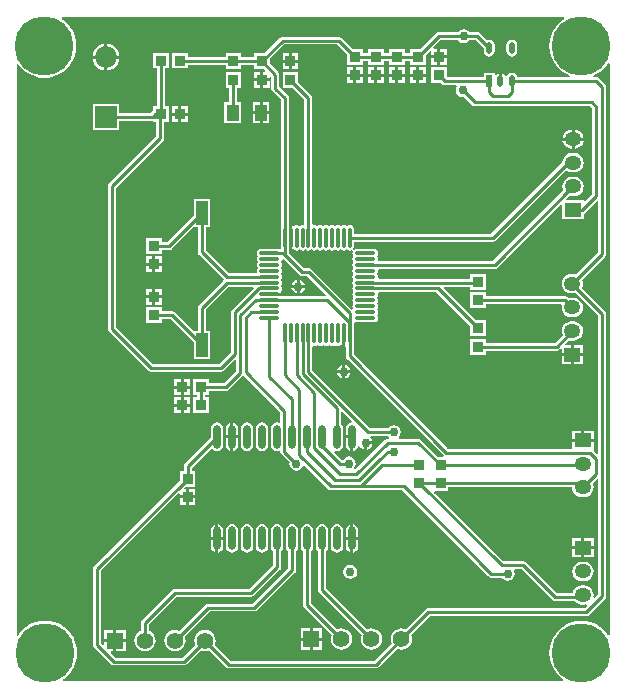
<source format=gtl>
%FSLAX25Y25*%
%MOIN*%
G70*
G01*
G75*
G04 Layer_Physical_Order=1*
G04 Layer_Color=255*
%ADD10R,0.03937X0.07874*%
%ADD11R,0.03543X0.03740*%
%ADD12R,0.03937X0.05709*%
%ADD13R,0.03740X0.03543*%
%ADD14O,0.02000X0.04000*%
%ADD15R,0.02000X0.04000*%
%ADD16O,0.01181X0.07087*%
%ADD17O,0.07087X0.01181*%
%ADD18O,0.02400X0.08000*%
%ADD19C,0.01000*%
%ADD20C,0.05512*%
%ADD21R,0.05512X0.05512*%
%ADD22O,0.05512X0.04724*%
%ADD23R,0.05512X0.04724*%
%ADD24C,0.07284*%
%ADD25R,0.07284X0.07284*%
%ADD26C,0.19685*%
%ADD27C,0.03000*%
G36*
X443423Y469703D02*
X443278Y469224D01*
X442720Y469113D01*
X442058Y468671D01*
X441616Y468010D01*
X441461Y467229D01*
Y464929D01*
X443500D01*
Y464429D01*
X444000D01*
Y459689D01*
X444280Y459745D01*
X444942Y460187D01*
X445384Y460849D01*
X445483Y461346D01*
X445973Y461443D01*
X446442Y460742D01*
X447203Y460233D01*
X447600Y460154D01*
Y462400D01*
X448100D01*
Y462900D01*
X450346D01*
X450267Y463297D01*
X449758Y464058D01*
X449552Y464196D01*
X449697Y464675D01*
X455591D01*
X455889Y464273D01*
X455753Y463826D01*
X455500D01*
X454993Y463725D01*
X454563Y463437D01*
X444638Y453513D01*
X444153Y453634D01*
X444102Y453804D01*
X444158Y453842D01*
X444667Y454603D01*
X444845Y455500D01*
X444667Y456397D01*
X444158Y457158D01*
X443397Y457667D01*
X442500Y457845D01*
X441603Y457667D01*
X440842Y457158D01*
X440620Y456825D01*
X440049D01*
X437592Y459283D01*
X437827Y459724D01*
X438500Y459590D01*
X439280Y459745D01*
X439942Y460187D01*
X440384Y460849D01*
X440539Y461629D01*
Y467229D01*
X440384Y468010D01*
X439942Y468671D01*
X439825Y468749D01*
Y472647D01*
X440287Y472838D01*
X443423Y469703D01*
D02*
G37*
G36*
X514305Y603693D02*
X513725Y603338D01*
X512451Y602250D01*
X511363Y600976D01*
X510488Y599548D01*
X509847Y598000D01*
X509456Y596372D01*
X509325Y594702D01*
X509456Y593032D01*
X509847Y591403D01*
X510488Y589855D01*
X511363Y588427D01*
X512451Y587153D01*
X513725Y586065D01*
X515154Y585190D01*
X516056Y584816D01*
X515958Y584326D01*
X498511D01*
X498436Y584702D01*
X498038Y585298D01*
X497442Y585696D01*
X496740Y585835D01*
X496038Y585696D01*
X495442Y585298D01*
X495120Y584815D01*
X494620D01*
X494298Y585298D01*
X493702Y585696D01*
X493500Y585736D01*
Y583000D01*
X492500D01*
Y585736D01*
X492298Y585696D01*
X491702Y585298D01*
X491538Y585052D01*
X491060Y585197D01*
Y585800D01*
X487460D01*
Y584326D01*
X475072D01*
Y587619D01*
X469928D01*
Y582279D01*
X473296D01*
X473512Y582063D01*
X473942Y581775D01*
X474449Y581674D01*
X478322D01*
X478558Y581234D01*
X478333Y580897D01*
X478155Y580000D01*
X478333Y579103D01*
X478842Y578342D01*
X479603Y577833D01*
X480500Y577655D01*
X480893Y577733D01*
X483563Y575063D01*
X483563Y575063D01*
X483563D01*
X483563Y575063D01*
X483563D01*
X483563Y575063D01*
Y575063D01*
Y575063D01*
D01*
D01*
X483563D01*
Y575063D01*
X483993Y574775D01*
X484500Y574675D01*
X522951D01*
X523674Y573951D01*
Y545349D01*
X521218Y542892D01*
X520756Y543084D01*
Y543177D01*
X515016D01*
X514825Y543639D01*
X515992Y544807D01*
X516806Y544699D01*
X517594D01*
X518419Y544808D01*
X519188Y545127D01*
X519849Y545634D01*
X520356Y546294D01*
X520675Y547063D01*
X520783Y547889D01*
X520675Y548714D01*
X520356Y549484D01*
X519849Y550144D01*
X519188Y550651D01*
X518419Y550970D01*
X517594Y551079D01*
X516806D01*
X515981Y550970D01*
X515212Y550651D01*
X514551Y550144D01*
X514044Y549484D01*
X513726Y548714D01*
X513617Y547889D01*
X513726Y547063D01*
X513952Y546516D01*
X490483Y523046D01*
X452436D01*
X452119Y523432D01*
X452170Y523689D01*
X452070Y524192D01*
X451785Y524619D01*
Y524727D01*
X452070Y525154D01*
X452170Y525658D01*
X452070Y526161D01*
X451785Y526588D01*
X451358Y526873D01*
X450854Y526973D01*
X444949D01*
X444445Y526873D01*
X444166Y526687D01*
X443813Y527040D01*
X443999Y527319D01*
X444099Y527823D01*
Y529450D01*
X490376D01*
X490883Y529551D01*
X491313Y529838D01*
X491313Y529838D01*
X491313Y529838D01*
X514795Y553321D01*
X515212Y553001D01*
X515981Y552682D01*
X516806Y552573D01*
X517594D01*
X518419Y552682D01*
X519188Y553001D01*
X519849Y553508D01*
X520356Y554168D01*
X520675Y554938D01*
X520783Y555763D01*
X520675Y556589D01*
X520356Y557358D01*
X519849Y558018D01*
X519188Y558525D01*
X518419Y558844D01*
X517594Y558953D01*
X516806D01*
X515981Y558844D01*
X515212Y558525D01*
X514551Y558018D01*
X514044Y557358D01*
X513726Y556589D01*
X513636Y555911D01*
X489827Y532101D01*
X444099D01*
Y533728D01*
X443999Y534232D01*
X443714Y534659D01*
X443287Y534944D01*
X442783Y535044D01*
X442280Y534944D01*
X441853Y534659D01*
X441745D01*
X441319Y534944D01*
X440815Y535044D01*
X440311Y534944D01*
X439885Y534659D01*
X439777D01*
X439350Y534944D01*
X438846Y535044D01*
X438343Y534944D01*
X437916Y534659D01*
X437808D01*
X437382Y534944D01*
X436878Y535044D01*
X436374Y534944D01*
X435948Y534659D01*
X435840D01*
X435413Y534944D01*
X434909Y535044D01*
X434406Y534944D01*
X433979Y534659D01*
X433871D01*
X433444Y534944D01*
X432941Y535044D01*
X432437Y534944D01*
X432011Y534659D01*
X431903D01*
X431476Y534944D01*
X430972Y535044D01*
X430716Y534993D01*
X430329Y535310D01*
Y577445D01*
X430229Y577952D01*
X429941Y578382D01*
X425572Y582752D01*
Y586119D01*
X420428D01*
Y580779D01*
X423796D01*
X427678Y576896D01*
Y535310D01*
X427292Y534993D01*
X427035Y535044D01*
X426532Y534944D01*
X426105Y534659D01*
X425997D01*
X425570Y534944D01*
X425067Y535044D01*
X424563Y534944D01*
X424136Y534659D01*
X424029D01*
X423602Y534944D01*
X423598Y534945D01*
Y530776D01*
Y526607D01*
X423602Y526607D01*
X424029Y526892D01*
X424136D01*
X424563Y526607D01*
X425067Y526507D01*
X425570Y526607D01*
X425997Y526892D01*
X426105D01*
X426532Y526607D01*
X427035Y526507D01*
X427539Y526607D01*
X427966Y526892D01*
X428074D01*
X428500Y526607D01*
X429004Y526507D01*
X429507Y526607D01*
X429934Y526892D01*
X430042D01*
X430469Y526607D01*
X430972Y526507D01*
X431476Y526607D01*
X431903Y526892D01*
X432011D01*
X432437Y526607D01*
X432941Y526507D01*
X433444Y526607D01*
X433871Y526892D01*
X433979D01*
X434406Y526607D01*
X434909Y526507D01*
X435413Y526607D01*
X435840Y526892D01*
X435948D01*
X436374Y526607D01*
X436878Y526507D01*
X437382Y526607D01*
X437808Y526892D01*
X437916D01*
X438343Y526607D01*
X438846Y526507D01*
X439350Y526607D01*
X439777Y526892D01*
X439885D01*
X440311Y526607D01*
X440815Y526507D01*
X441319Y526607D01*
X441745Y526892D01*
X441853D01*
X442280Y526607D01*
X442783Y526507D01*
X443287Y526607D01*
X443566Y526794D01*
X443920Y526440D01*
X443733Y526161D01*
X443633Y525658D01*
X443733Y525154D01*
X444018Y524727D01*
Y524619D01*
X443733Y524192D01*
X443633Y523689D01*
X443733Y523185D01*
X444018Y522759D01*
Y522651D01*
X443733Y522224D01*
X443633Y521721D01*
X443733Y521217D01*
X444018Y520790D01*
Y520682D01*
X443733Y520256D01*
X443633Y519752D01*
X443733Y519248D01*
X444018Y518822D01*
Y518714D01*
X443733Y518287D01*
X443633Y517783D01*
X443733Y517280D01*
X444018Y516853D01*
Y516745D01*
X443733Y516319D01*
X443633Y515815D01*
X443733Y515311D01*
X444018Y514885D01*
Y514777D01*
X443733Y514350D01*
X443633Y513846D01*
X443733Y513343D01*
X444018Y512916D01*
Y512808D01*
X443733Y512382D01*
X443633Y511878D01*
X443733Y511374D01*
X444018Y510948D01*
Y510840D01*
X443733Y510413D01*
X443633Y509909D01*
X443733Y509406D01*
X444018Y508979D01*
Y508871D01*
X443733Y508444D01*
X443633Y507941D01*
X443733Y507437D01*
X443855Y507256D01*
X443641Y506804D01*
X443476Y506787D01*
X430132Y520132D01*
X429702Y520419D01*
X429194Y520520D01*
X427555D01*
X422455Y525619D01*
Y526241D01*
X422598Y526358D01*
Y530776D01*
Y535193D01*
X422455Y535310D01*
Y577370D01*
X422455Y577370D01*
X422455Y577370D01*
Y577370D01*
X422455D01*
X422455Y577370D01*
X422355Y577877D01*
X422067Y578307D01*
X419325Y581049D01*
Y585051D01*
X419225Y585558D01*
X418937Y585989D01*
X416072Y588854D01*
Y590248D01*
X420998Y595175D01*
X438502D01*
X441928Y591748D01*
Y588381D01*
X447072D01*
Y589726D01*
X448928D01*
Y588381D01*
X454072D01*
Y589726D01*
X455928D01*
Y588381D01*
X461072D01*
Y589726D01*
X462928D01*
Y588381D01*
X468072D01*
Y591748D01*
X469466Y593143D01*
X469928Y592952D01*
Y591551D01*
X472000D01*
Y593721D01*
X470698D01*
X470506Y594183D01*
X472998Y596674D01*
X478860D01*
X479082Y596342D01*
X479843Y595833D01*
X480740Y595655D01*
X481638Y595833D01*
X482398Y596342D01*
X482621Y596674D01*
X484711D01*
X487425Y593961D01*
Y593000D01*
X487564Y592298D01*
X487962Y591702D01*
X488557Y591304D01*
X489260Y591165D01*
X489962Y591304D01*
X490558Y591702D01*
X490955Y592298D01*
X491095Y593000D01*
Y595000D01*
X490955Y595702D01*
X490558Y596298D01*
X489962Y596696D01*
X489260Y596835D01*
X488557Y596696D01*
X488486Y596648D01*
X486197Y598937D01*
X485767Y599225D01*
X485260Y599326D01*
X482621D01*
X482398Y599658D01*
X481638Y600167D01*
X480740Y600345D01*
X479843Y600167D01*
X479082Y599658D01*
X478860Y599326D01*
X472449D01*
X471942Y599225D01*
X471512Y598937D01*
X466296Y593721D01*
X462928D01*
Y592377D01*
X461072D01*
Y593721D01*
X455928D01*
Y592377D01*
X454072D01*
Y593721D01*
X448928D01*
Y592377D01*
X447072D01*
Y593721D01*
X443704D01*
X439989Y597437D01*
X439558Y597725D01*
X439051Y597825D01*
X420449D01*
X419942Y597725D01*
X419512Y597437D01*
X414296Y592221D01*
X410928D01*
Y590877D01*
X406572D01*
Y592221D01*
X401428D01*
Y591074D01*
X388721D01*
Y592320D01*
X383381D01*
Y587176D01*
X388721D01*
Y588423D01*
X401428D01*
Y586881D01*
X406572D01*
Y588226D01*
X410928D01*
Y586881D01*
X414270D01*
X414548Y586465D01*
X414404Y586119D01*
X414000D01*
Y583949D01*
X416072D01*
Y584452D01*
X416259Y584529D01*
X416675Y584251D01*
Y580500D01*
X416775Y579993D01*
X417063Y579563D01*
X419804Y576821D01*
Y530776D01*
X419804Y530776D01*
X419804D01*
Y526983D01*
X416012D01*
X415963Y526973D01*
X413059D01*
X412556Y526873D01*
X412129Y526588D01*
X411843Y526161D01*
X411743Y525658D01*
X411843Y525154D01*
X412129Y524727D01*
Y524619D01*
X411843Y524192D01*
X411743Y523689D01*
X411843Y523185D01*
X412129Y522759D01*
Y522651D01*
X411843Y522224D01*
X411743Y521721D01*
X411843Y521217D01*
X412129Y520790D01*
Y520682D01*
X411843Y520256D01*
X411743Y519752D01*
X411794Y519495D01*
X411477Y519109D01*
X402266D01*
X394826Y526549D01*
Y534263D01*
X396269D01*
Y543737D01*
X390732D01*
Y538106D01*
X382002Y529377D01*
X380072D01*
Y530721D01*
X374928D01*
Y525381D01*
X380072D01*
Y526726D01*
X382551D01*
X383058Y526827D01*
X383488Y527114D01*
X390665Y534291D01*
X390732Y534263D01*
Y534263D01*
X390732Y534263D01*
X392175D01*
Y526000D01*
X392275Y525493D01*
X392563Y525063D01*
X392563Y525063D01*
X392563Y525063D01*
X400779Y516846D01*
X400358Y516216D01*
X392563Y508421D01*
X392275Y507991D01*
X392175Y507483D01*
Y499737D01*
X390732D01*
X390732Y499737D01*
Y499737D01*
X390665Y499710D01*
X384488Y505886D01*
X384058Y506173D01*
X383551Y506274D01*
X380072D01*
Y507619D01*
X374928D01*
Y502279D01*
X380072D01*
Y503623D01*
X383002D01*
X390732Y495894D01*
Y490263D01*
X396269D01*
Y499737D01*
X394826D01*
Y506934D01*
X402381Y514490D01*
X410611D01*
X410802Y514028D01*
X403563Y506788D01*
X403275Y506358D01*
X403174Y505851D01*
Y492549D01*
X399451Y488826D01*
X377049D01*
X364826Y501049D01*
Y547451D01*
X380437Y563063D01*
X380725Y563493D01*
X380825Y564000D01*
X380825Y564000D01*
X380825Y564000D01*
Y564000D01*
Y569428D01*
X382619D01*
Y574572D01*
X381274D01*
Y587176D01*
X382619D01*
Y592320D01*
X377279D01*
Y587176D01*
X378623D01*
Y574572D01*
X377279D01*
Y573185D01*
X376908Y572937D01*
X376459Y572488D01*
X376350Y572326D01*
X365942D01*
Y575442D01*
X357058D01*
Y566558D01*
X365942D01*
Y569674D01*
X377279D01*
Y569428D01*
X378174D01*
Y564549D01*
X362563Y548937D01*
X362275Y548507D01*
X362175Y548000D01*
Y500500D01*
X362275Y499993D01*
X362563Y499563D01*
X362563Y499563D01*
X362563Y499563D01*
X375563Y486563D01*
X375993Y486275D01*
X376500Y486174D01*
X400000D01*
X400507Y486275D01*
X400937Y486563D01*
X400937Y486563D01*
X400937Y486563D01*
X404513Y490138D01*
X404975Y489947D01*
Y486349D01*
X400951Y482326D01*
X395721D01*
Y483572D01*
X390381D01*
Y478428D01*
X391726D01*
Y477572D01*
X390381D01*
Y472428D01*
X395721D01*
Y477572D01*
X394377D01*
Y478428D01*
X395721D01*
Y479674D01*
X401500D01*
X402007Y479775D01*
X402437Y480063D01*
X402437Y480063D01*
X402437Y480063D01*
X407237Y484863D01*
X407261Y484865D01*
X419674Y472451D01*
Y469324D01*
X419280Y469113D01*
X418500Y469268D01*
X417720Y469113D01*
X417058Y468671D01*
X416616Y468010D01*
X416461Y467229D01*
Y461629D01*
X416616Y460849D01*
X417058Y460187D01*
X417720Y459745D01*
X418500Y459590D01*
X419280Y459745D01*
X419674Y459535D01*
Y459500D01*
X419775Y458993D01*
X420063Y458563D01*
X420063Y458563D01*
X420063Y458563D01*
X422733Y455893D01*
X422655Y455500D01*
X422833Y454603D01*
X423342Y453842D01*
X424103Y453333D01*
X425000Y453155D01*
X425897Y453333D01*
X426658Y453842D01*
X427167Y454603D01*
X427205Y454797D01*
X427684Y454942D01*
X435563Y447063D01*
X435563Y447063D01*
X435563D01*
X435563Y447063D01*
X435563D01*
X435563Y447063D01*
Y447063D01*
Y447063D01*
D01*
D01*
X435563D01*
Y447063D01*
X435993Y446775D01*
X436500Y446674D01*
X460151D01*
X488963Y417863D01*
X489393Y417575D01*
X489900Y417475D01*
X493519D01*
X493742Y417142D01*
X494503Y416633D01*
X495400Y416455D01*
X496297Y416633D01*
X497058Y417142D01*
X497567Y417903D01*
X497745Y418800D01*
X497567Y419697D01*
X497476Y419834D01*
X497711Y420274D01*
X500051D01*
X510400Y409926D01*
X510830Y409638D01*
X511337Y409538D01*
X511337Y409538D01*
X517751D01*
X517851Y409408D01*
X518511Y408901D01*
X519281Y408582D01*
X520106Y408473D01*
X520894D01*
X521626Y408570D01*
X521847Y408121D01*
X521051Y407326D01*
X469000D01*
X468493Y407225D01*
X468063Y406937D01*
X461396Y400271D01*
X460928Y400464D01*
X460000Y400587D01*
X459072Y400464D01*
X458207Y400106D01*
X457464Y399536D01*
X456894Y398793D01*
X456536Y397928D01*
X456413Y397000D01*
X456536Y396072D01*
X456729Y395604D01*
X450951Y389826D01*
X403049D01*
X397771Y395104D01*
X397964Y395572D01*
X398087Y396500D01*
X397964Y397428D01*
X397606Y398293D01*
X397036Y399036D01*
X396293Y399606D01*
X395428Y399964D01*
X394500Y400087D01*
X393572Y399964D01*
X392707Y399606D01*
X391964Y399036D01*
X391394Y398293D01*
X391036Y397428D01*
X390913Y396500D01*
X391036Y395572D01*
X391229Y395104D01*
X386951Y390826D01*
X364699D01*
X363042Y392482D01*
X363233Y392944D01*
X364000D01*
Y396000D01*
X360944D01*
Y395233D01*
X360482Y395042D01*
X359825Y395699D01*
Y419702D01*
X385666Y445543D01*
X386128Y445352D01*
Y444849D01*
X388200D01*
Y447019D01*
X387795D01*
X387652Y447365D01*
X387930Y447781D01*
X391272D01*
Y453121D01*
X390025D01*
Y454080D01*
X396409Y460463D01*
X396906Y460414D01*
X397058Y460187D01*
X397720Y459745D01*
X398500Y459590D01*
X399280Y459745D01*
X399942Y460187D01*
X400384Y460849D01*
X400539Y461629D01*
Y467229D01*
X400384Y468010D01*
X399942Y468671D01*
X399280Y469113D01*
X398500Y469268D01*
X397720Y469113D01*
X397058Y468671D01*
X396616Y468010D01*
X396461Y467229D01*
Y464264D01*
X387763Y455566D01*
X387475Y455136D01*
X387374Y454629D01*
Y453121D01*
X386128D01*
Y449754D01*
X357563Y421188D01*
X357275Y420758D01*
X357174Y420251D01*
Y395150D01*
X357275Y394642D01*
X357563Y394213D01*
X357563Y394213D01*
X357563Y394212D01*
X363212Y388563D01*
X363643Y388275D01*
X364150Y388175D01*
X387500D01*
X388007Y388275D01*
X388437Y388563D01*
X388437Y388563D01*
X388437Y388563D01*
X393104Y393229D01*
X393572Y393036D01*
X394500Y392913D01*
X395428Y393036D01*
X395896Y393229D01*
X401563Y387563D01*
X401993Y387275D01*
X402500Y387175D01*
X451500D01*
X452007Y387275D01*
X452437Y387563D01*
X452437Y387563D01*
X452437Y387563D01*
X458604Y393729D01*
X459072Y393536D01*
X460000Y393413D01*
X460928Y393536D01*
X461793Y393894D01*
X462536Y394464D01*
X463106Y395207D01*
X463464Y396072D01*
X463587Y397000D01*
X463464Y397928D01*
X463271Y398396D01*
X469549Y404674D01*
X521600D01*
X522107Y404775D01*
X522537Y405063D01*
X522537Y405063D01*
X522537Y405063D01*
X527636Y410161D01*
X527937Y410363D01*
X528225Y410793D01*
X528326Y411300D01*
Y505437D01*
X528326Y505437D01*
X528326Y505437D01*
Y505437D01*
X528326D01*
X528326Y505437D01*
X528225Y505944D01*
X527937Y506374D01*
X520248Y514064D01*
X520474Y514611D01*
X520583Y515437D01*
X520474Y516262D01*
X520248Y516810D01*
X527937Y524500D01*
X528225Y524930D01*
X528326Y525437D01*
Y581000D01*
X528225Y581507D01*
X527937Y581937D01*
X525937Y583937D01*
X525507Y584225D01*
X525000Y584326D01*
X524042D01*
X523944Y584816D01*
X524847Y585190D01*
X526275Y586065D01*
X527549Y587153D01*
X528637Y588427D01*
X528893Y588846D01*
X529375Y588710D01*
Y398393D01*
X528893Y398257D01*
X528637Y398676D01*
X527549Y399950D01*
X526275Y401038D01*
X524847Y401913D01*
X523299Y402555D01*
X521670Y402946D01*
X520000Y403077D01*
X518330Y402946D01*
X516701Y402555D01*
X515154Y401913D01*
X513725Y401038D01*
X512451Y399950D01*
X511363Y398676D01*
X510488Y397248D01*
X509847Y395701D01*
X509456Y394072D01*
X509325Y392402D01*
X509456Y390732D01*
X509847Y389103D01*
X510488Y387555D01*
X511363Y386127D01*
X512451Y384853D01*
X513725Y383765D01*
X513983Y383607D01*
X513848Y383125D01*
X347352Y383125D01*
X347217Y383607D01*
X347475Y383765D01*
X348749Y384853D01*
X349837Y386127D01*
X350712Y387555D01*
X351353Y389103D01*
X351744Y390732D01*
X351875Y392402D01*
X351744Y394072D01*
X351353Y395701D01*
X350712Y397248D01*
X349837Y398676D01*
X348749Y399950D01*
X347475Y401038D01*
X346046Y401913D01*
X344499Y402555D01*
X342870Y402946D01*
X341200Y403077D01*
X339530Y402946D01*
X337901Y402555D01*
X336353Y401913D01*
X334925Y401038D01*
X333651Y399950D01*
X332563Y398676D01*
X332207Y398094D01*
X331726Y398230D01*
Y588547D01*
X332207Y588682D01*
X332363Y588427D01*
X333451Y587153D01*
X334725Y586065D01*
X336154Y585190D01*
X337701Y584549D01*
X339330Y584158D01*
X341000Y584026D01*
X342670Y584158D01*
X344299Y584549D01*
X345847Y585190D01*
X347275Y586065D01*
X348549Y587153D01*
X349637Y588427D01*
X350512Y589855D01*
X351153Y591403D01*
X351544Y593032D01*
X351675Y594702D01*
X351544Y596372D01*
X351153Y598000D01*
X350512Y599548D01*
X349637Y600976D01*
X348549Y602250D01*
X347275Y603338D01*
X346695Y603693D01*
X346831Y604175D01*
X514169D01*
X514305Y603693D01*
D02*
G37*
G36*
X426068Y518257D02*
X426498Y517970D01*
X427005Y517869D01*
X428646D01*
X434818Y511697D01*
X434626Y511235D01*
X420547D01*
X420429Y511378D01*
X416012D01*
Y512378D01*
X420181D01*
X420180Y512382D01*
X419895Y512808D01*
Y512916D01*
X420180Y513343D01*
X420280Y513846D01*
X420180Y514350D01*
X419895Y514777D01*
Y514885D01*
X420180Y515311D01*
X420280Y515815D01*
X420180Y516319D01*
X419895Y516745D01*
Y516853D01*
X420180Y517280D01*
X420280Y517783D01*
X420180Y518287D01*
X419895Y518714D01*
Y518822D01*
X420180Y519248D01*
X420280Y519752D01*
X420180Y520256D01*
X419895Y520682D01*
Y520790D01*
X420180Y521217D01*
X420280Y521721D01*
X420180Y522224D01*
X419895Y522651D01*
Y522759D01*
X420180Y523185D01*
X420236Y523466D01*
X420715Y523611D01*
X426068Y518257D01*
D02*
G37*
G36*
X441315Y494468D02*
X441458Y494351D01*
Y491316D01*
X441559Y490808D01*
X441846Y490379D01*
X474045Y458179D01*
X473998Y458066D01*
X473766Y457717D01*
X472235D01*
X466515Y463437D01*
X466085Y463725D01*
X465578Y463826D01*
X459247D01*
X459102Y464304D01*
X459158Y464342D01*
X459667Y465103D01*
X459845Y466000D01*
X459667Y466897D01*
X459158Y467658D01*
X458397Y468167D01*
X457500Y468345D01*
X456603Y468167D01*
X455842Y467658D01*
X455619Y467325D01*
X449549D01*
X430329Y486545D01*
Y494351D01*
X430716Y494668D01*
X430972Y494617D01*
X431476Y494717D01*
X431903Y495003D01*
X432011D01*
X432437Y494717D01*
X432941Y494617D01*
X433444Y494717D01*
X433871Y495003D01*
X433979D01*
X434406Y494717D01*
X434909Y494617D01*
X435413Y494717D01*
X435840Y495003D01*
X435948D01*
X436374Y494717D01*
X436878Y494617D01*
X437382Y494717D01*
X437808Y495003D01*
X437916D01*
X438343Y494717D01*
X438846Y494617D01*
X439350Y494717D01*
X439777Y495003D01*
X439885D01*
X440311Y494717D01*
X440315Y494717D01*
Y498886D01*
X441315D01*
Y494468D01*
D02*
G37*
G36*
X525674Y450220D02*
Y411949D01*
X524435Y410710D01*
X523987Y410931D01*
X524083Y411663D01*
X523975Y412489D01*
X523656Y413258D01*
X523149Y413918D01*
X522488Y414425D01*
X521719Y414744D01*
X520894Y414853D01*
X520106D01*
X519281Y414744D01*
X518511Y414425D01*
X517851Y413918D01*
X517344Y413258D01*
X517026Y412489D01*
X516986Y412188D01*
X511886D01*
X501537Y422537D01*
X501107Y422825D01*
X500600Y422926D01*
X494240D01*
X493955Y422869D01*
X471010Y445813D01*
X471202Y446275D01*
X475602D01*
Y447619D01*
X516857D01*
X516907Y447563D01*
X517015Y446737D01*
X517334Y445968D01*
X517841Y445308D01*
X518501Y444801D01*
X519271Y444482D01*
X520096Y444374D01*
X520884D01*
X521709Y444482D01*
X522478Y444801D01*
X523139Y445308D01*
X523646Y445968D01*
X523964Y446737D01*
X524073Y447563D01*
X523964Y448388D01*
X523737Y448936D01*
X525213Y450411D01*
X525674Y450220D01*
D02*
G37*
G36*
Y542947D02*
Y525986D01*
X518208Y518519D01*
X517394Y518626D01*
X516606D01*
X515781Y518518D01*
X515012Y518199D01*
X514351Y517692D01*
X513844Y517032D01*
X513525Y516262D01*
X513417Y515437D01*
X513525Y514611D01*
X513844Y513842D01*
X514351Y513182D01*
X515012Y512675D01*
X515781Y512356D01*
X516606Y512248D01*
X517394D01*
X518208Y512355D01*
X525674Y504888D01*
Y458853D01*
X525213Y458662D01*
X524046Y459829D01*
X524046Y460149D01*
X524046D01*
Y462811D01*
X516934D01*
Y460425D01*
X475549D01*
X444109Y491865D01*
Y498886D01*
Y502402D01*
Y502461D01*
X444495Y502778D01*
X444949Y502688D01*
X450854D01*
X451358Y502788D01*
X451785Y503074D01*
X452070Y503500D01*
X452170Y504004D01*
X452070Y504507D01*
X451785Y504934D01*
Y505042D01*
X452070Y505469D01*
X452170Y505972D01*
X452070Y506476D01*
X451785Y506903D01*
Y507011D01*
X452070Y507437D01*
X452170Y507941D01*
X452070Y508444D01*
X451785Y508871D01*
Y508979D01*
X452070Y509406D01*
X452170Y509909D01*
X452070Y510413D01*
X451785Y510840D01*
Y510948D01*
X452070Y511374D01*
X452170Y511878D01*
X452119Y512135D01*
X452436Y512521D01*
X471656D01*
X482928Y501248D01*
Y497881D01*
X488072D01*
Y503221D01*
X484704D01*
X473898Y514028D01*
X474089Y514490D01*
X482928D01*
Y513381D01*
X488072D01*
Y518721D01*
X482928D01*
Y517140D01*
X452436D01*
X452119Y517527D01*
X452170Y517783D01*
X452070Y518287D01*
X451785Y518714D01*
Y518822D01*
X452070Y519248D01*
X452170Y519752D01*
X452119Y520009D01*
X452436Y520395D01*
X491032D01*
X491539Y520496D01*
X491969Y520783D01*
X513182Y541997D01*
X513644Y541805D01*
Y536853D01*
X520756D01*
Y538813D01*
X521152Y539078D01*
X525213Y543138D01*
X525674Y542947D01*
D02*
G37*
%LPC*%
G36*
X450346Y461900D02*
X448600D01*
Y460154D01*
X448997Y460233D01*
X449758Y460742D01*
X450267Y461503D01*
X450346Y461900D01*
D02*
G37*
G36*
X519990Y466473D02*
X516934D01*
Y463811D01*
X519990D01*
Y466473D01*
D02*
G37*
G36*
X524046D02*
X520990D01*
Y463811D01*
X524046D01*
Y466473D01*
D02*
G37*
G36*
X404000Y469169D02*
Y464929D01*
X405539D01*
Y467229D01*
X405384Y468010D01*
X404942Y468671D01*
X404280Y469113D01*
X404000Y469169D01*
D02*
G37*
G36*
X403000D02*
X402720Y469113D01*
X402058Y468671D01*
X401616Y468010D01*
X401461Y467229D01*
Y464929D01*
X403000D01*
Y469169D01*
D02*
G37*
G36*
X413500Y469268D02*
X412720Y469113D01*
X412058Y468671D01*
X411616Y468010D01*
X411461Y467229D01*
Y461629D01*
X411616Y460849D01*
X412058Y460187D01*
X412720Y459745D01*
X413500Y459590D01*
X414280Y459745D01*
X414942Y460187D01*
X415384Y460849D01*
X415539Y461629D01*
Y467229D01*
X415384Y468010D01*
X414942Y468671D01*
X414280Y469113D01*
X413500Y469268D01*
D02*
G37*
G36*
X408500D02*
X407720Y469113D01*
X407058Y468671D01*
X406616Y468010D01*
X406461Y467229D01*
Y461629D01*
X406616Y460849D01*
X407058Y460187D01*
X407720Y459745D01*
X408500Y459590D01*
X409280Y459745D01*
X409942Y460187D01*
X410384Y460849D01*
X410539Y461629D01*
Y467229D01*
X410384Y468010D01*
X409942Y468671D01*
X409280Y469113D01*
X408500Y469268D01*
D02*
G37*
G36*
X391272Y447019D02*
X389200D01*
Y444849D01*
X391272D01*
Y447019D01*
D02*
G37*
G36*
X443000Y463929D02*
X441461D01*
Y461629D01*
X441616Y460849D01*
X442058Y460187D01*
X442720Y459745D01*
X443000Y459689D01*
Y463929D01*
D02*
G37*
G36*
X405539D02*
X404000D01*
Y459689D01*
X404280Y459745D01*
X404942Y460187D01*
X405384Y460849D01*
X405539Y461629D01*
Y463929D01*
D02*
G37*
G36*
X403000D02*
X401461D01*
Y461629D01*
X401616Y460849D01*
X402058Y460187D01*
X402720Y459745D01*
X403000Y459689D01*
Y463929D01*
D02*
G37*
G36*
X442946Y485600D02*
X441200D01*
Y483854D01*
X441597Y483933D01*
X442358Y484442D01*
X442867Y485203D01*
X442946Y485600D01*
D02*
G37*
G36*
X440200D02*
X438454D01*
X438533Y485203D01*
X439042Y484442D01*
X439803Y483933D01*
X440200Y483854D01*
Y485600D01*
D02*
G37*
G36*
X389619Y483572D02*
X387449D01*
Y481500D01*
X389619D01*
Y483572D01*
D02*
G37*
G36*
X440200Y488346D02*
X439803Y488267D01*
X439042Y487758D01*
X438533Y486997D01*
X438454Y486600D01*
X440200D01*
Y488346D01*
D02*
G37*
G36*
X520556Y491315D02*
X517500D01*
Y488653D01*
X520556D01*
Y491315D01*
D02*
G37*
G36*
X516500D02*
X513444D01*
Y488653D01*
X516500D01*
Y491315D01*
D02*
G37*
G36*
X441200Y488346D02*
Y486600D01*
X442946D01*
X442867Y486997D01*
X442358Y487758D01*
X441597Y488267D01*
X441200Y488346D01*
D02*
G37*
G36*
X386449Y477572D02*
X384279D01*
Y475500D01*
X386449D01*
Y477572D01*
D02*
G37*
G36*
X389619Y474500D02*
X387449D01*
Y472428D01*
X389619D01*
Y474500D01*
D02*
G37*
G36*
X386449D02*
X384279D01*
Y472428D01*
X386449D01*
Y474500D01*
D02*
G37*
G36*
X389619Y477572D02*
X387449D01*
Y475500D01*
X389619D01*
Y477572D01*
D02*
G37*
G36*
X386449Y483572D02*
X384279D01*
Y481500D01*
X386449D01*
Y483572D01*
D02*
G37*
G36*
X389619Y480500D02*
X387449D01*
Y478428D01*
X389619D01*
Y480500D01*
D02*
G37*
G36*
X386449D02*
X384279D01*
Y478428D01*
X386449D01*
Y480500D01*
D02*
G37*
G36*
X391272Y443849D02*
X389200D01*
Y441679D01*
X391272D01*
Y443849D01*
D02*
G37*
G36*
X418500Y435410D02*
X417720Y435255D01*
X417058Y434813D01*
X416616Y434151D01*
X416461Y433371D01*
Y427771D01*
X416616Y426991D01*
X417058Y426329D01*
X417174Y426251D01*
Y421549D01*
X409451Y413826D01*
X384500D01*
X383993Y413725D01*
X383563Y413437D01*
X373563Y403437D01*
X373275Y403007D01*
X373175Y402500D01*
Y399800D01*
X372707Y399606D01*
X371964Y399036D01*
X371394Y398293D01*
X371036Y397428D01*
X370913Y396500D01*
X371036Y395572D01*
X371394Y394707D01*
X371964Y393964D01*
X372707Y393394D01*
X373572Y393036D01*
X374500Y392913D01*
X375428Y393036D01*
X376293Y393394D01*
X377036Y393964D01*
X377606Y394707D01*
X377964Y395572D01*
X378087Y396500D01*
X377964Y397428D01*
X377606Y398293D01*
X377036Y399036D01*
X376293Y399606D01*
X375826Y399800D01*
Y401951D01*
X385049Y411174D01*
X410000D01*
X410507Y411275D01*
X410937Y411563D01*
X410937Y411563D01*
X410937Y411563D01*
X419437Y420063D01*
X419725Y420493D01*
X419826Y421000D01*
X419826Y421000D01*
X419826Y421000D01*
Y421000D01*
Y426251D01*
X419942Y426329D01*
X420384Y426991D01*
X420539Y427771D01*
Y433371D01*
X420384Y434151D01*
X419942Y434813D01*
X419280Y435255D01*
X418500Y435410D01*
D02*
G37*
G36*
X423500D02*
X422720Y435255D01*
X422058Y434813D01*
X421616Y434151D01*
X421461Y433371D01*
Y427771D01*
X421616Y426991D01*
X422058Y426329D01*
X422175Y426251D01*
Y420549D01*
X410451Y408825D01*
X395500D01*
X394993Y408725D01*
X394563Y408437D01*
X385896Y399771D01*
X385428Y399964D01*
X384500Y400087D01*
X383572Y399964D01*
X382707Y399606D01*
X381964Y399036D01*
X381394Y398293D01*
X381036Y397428D01*
X380913Y396500D01*
X381036Y395572D01*
X381394Y394707D01*
X381964Y393964D01*
X382707Y393394D01*
X383572Y393036D01*
X384500Y392913D01*
X385428Y393036D01*
X386293Y393394D01*
X387036Y393964D01*
X387606Y394707D01*
X387964Y395572D01*
X388087Y396500D01*
X387964Y397428D01*
X387771Y397896D01*
X396049Y406175D01*
X411000D01*
X411507Y406275D01*
X411937Y406563D01*
X411937Y406563D01*
X411937Y406563D01*
X424437Y419063D01*
X424725Y419493D01*
X424825Y420000D01*
Y426251D01*
X424942Y426329D01*
X425384Y426991D01*
X425539Y427771D01*
Y433371D01*
X425384Y434151D01*
X424942Y434813D01*
X424280Y435255D01*
X423500Y435410D01*
D02*
G37*
G36*
X433556Y400556D02*
X430500D01*
Y397500D01*
X433556D01*
Y400556D01*
D02*
G37*
G36*
X520894Y422726D02*
X520106D01*
X519281Y422618D01*
X518511Y422299D01*
X517851Y421792D01*
X517344Y421132D01*
X517026Y420363D01*
X516917Y419537D01*
X517026Y418712D01*
X517344Y417942D01*
X517851Y417282D01*
X518511Y416775D01*
X519281Y416456D01*
X520106Y416348D01*
X520894D01*
X521719Y416456D01*
X522488Y416775D01*
X523149Y417282D01*
X523656Y417942D01*
X523975Y418712D01*
X524083Y419537D01*
X523975Y420363D01*
X523656Y421132D01*
X523149Y421792D01*
X522488Y422299D01*
X521719Y422618D01*
X520894Y422726D01*
D02*
G37*
G36*
X524056Y426911D02*
X521000D01*
Y424249D01*
X524056D01*
Y426911D01*
D02*
G37*
G36*
X520000D02*
X516944D01*
Y424249D01*
X520000D01*
Y426911D01*
D02*
G37*
G36*
X443000Y421745D02*
X442103Y421567D01*
X441342Y421058D01*
X440833Y420297D01*
X440655Y419400D01*
X440833Y418503D01*
X441342Y417742D01*
X442103Y417233D01*
X443000Y417055D01*
X443897Y417233D01*
X444658Y417742D01*
X445167Y418503D01*
X445345Y419400D01*
X445167Y420297D01*
X444658Y421058D01*
X443897Y421567D01*
X443000Y421745D01*
D02*
G37*
G36*
X429500Y400556D02*
X426444D01*
Y397500D01*
X429500D01*
Y400556D01*
D02*
G37*
G36*
X433500Y435410D02*
X432720Y435255D01*
X432058Y434813D01*
X431616Y434151D01*
X431461Y433371D01*
Y427771D01*
X431616Y426991D01*
X432058Y426329D01*
X432174Y426251D01*
Y413500D01*
X432275Y412993D01*
X432563Y412563D01*
X432563Y412563D01*
X432563Y412563D01*
X446729Y398396D01*
X446536Y397928D01*
X446413Y397000D01*
X446536Y396072D01*
X446894Y395207D01*
X447464Y394464D01*
X448207Y393894D01*
X449072Y393536D01*
X450000Y393413D01*
X450928Y393536D01*
X451793Y393894D01*
X452536Y394464D01*
X453106Y395207D01*
X453464Y396072D01*
X453587Y397000D01*
X453464Y397928D01*
X453106Y398793D01*
X452536Y399536D01*
X451793Y400106D01*
X450928Y400464D01*
X450000Y400587D01*
X449072Y400464D01*
X448604Y400271D01*
X434826Y414049D01*
Y426251D01*
X434942Y426329D01*
X435384Y426991D01*
X435539Y427771D01*
Y433371D01*
X435384Y434151D01*
X434942Y434813D01*
X434280Y435255D01*
X433500Y435410D01*
D02*
G37*
G36*
X428500D02*
X427720Y435255D01*
X427058Y434813D01*
X426616Y434151D01*
X426461Y433371D01*
Y427771D01*
X426616Y426991D01*
X427058Y426329D01*
X427175Y426251D01*
Y408500D01*
X427275Y407993D01*
X427563Y407563D01*
X427563Y407563D01*
X427563Y407563D01*
X436729Y398396D01*
X436536Y397928D01*
X436413Y397000D01*
X436536Y396072D01*
X436894Y395207D01*
X437464Y394464D01*
X438207Y393894D01*
X439072Y393536D01*
X440000Y393413D01*
X440928Y393536D01*
X441793Y393894D01*
X442536Y394464D01*
X443106Y395207D01*
X443464Y396072D01*
X443587Y397000D01*
X443464Y397928D01*
X443106Y398793D01*
X442536Y399536D01*
X441793Y400106D01*
X440928Y400464D01*
X440000Y400587D01*
X439072Y400464D01*
X438604Y400271D01*
X429825Y409049D01*
Y426251D01*
X429942Y426329D01*
X430384Y426991D01*
X430539Y427771D01*
Y433371D01*
X430384Y434151D01*
X429942Y434813D01*
X429280Y435255D01*
X428500Y435410D01*
D02*
G37*
G36*
X368056Y396000D02*
X365000D01*
Y392944D01*
X368056D01*
Y396000D01*
D02*
G37*
G36*
X429500Y396500D02*
X426444D01*
Y393444D01*
X429500D01*
Y396500D01*
D02*
G37*
G36*
X368056Y400056D02*
X365000D01*
Y397000D01*
X368056D01*
Y400056D01*
D02*
G37*
G36*
X364000D02*
X360944D01*
Y397000D01*
X364000D01*
Y400056D01*
D02*
G37*
G36*
X433556Y396500D02*
X430500D01*
Y393444D01*
X433556D01*
Y396500D01*
D02*
G37*
G36*
X398000Y435311D02*
X397720Y435255D01*
X397058Y434813D01*
X396616Y434151D01*
X396461Y433371D01*
Y431071D01*
X398000D01*
Y435311D01*
D02*
G37*
G36*
X524056Y430573D02*
X521000D01*
Y427911D01*
X524056D01*
Y430573D01*
D02*
G37*
G36*
X520000D02*
X516944D01*
Y427911D01*
X520000D01*
Y430573D01*
D02*
G37*
G36*
X399000Y435311D02*
Y431071D01*
X400539D01*
Y433371D01*
X400384Y434151D01*
X399942Y434813D01*
X399280Y435255D01*
X399000Y435311D01*
D02*
G37*
G36*
X388200Y443849D02*
X386128D01*
Y441679D01*
X388200D01*
Y443849D01*
D02*
G37*
G36*
X444000Y435311D02*
Y431071D01*
X445539D01*
Y433371D01*
X445384Y434151D01*
X444942Y434813D01*
X444280Y435255D01*
X444000Y435311D01*
D02*
G37*
G36*
X443000D02*
X442720Y435255D01*
X442058Y434813D01*
X441616Y434151D01*
X441461Y433371D01*
Y431071D01*
X443000D01*
Y435311D01*
D02*
G37*
G36*
X445539Y430071D02*
X444000D01*
Y425831D01*
X444280Y425887D01*
X444942Y426329D01*
X445384Y426991D01*
X445539Y427771D01*
Y430071D01*
D02*
G37*
G36*
X413500Y435410D02*
X412720Y435255D01*
X412058Y434813D01*
X411616Y434151D01*
X411461Y433371D01*
Y427771D01*
X411616Y426991D01*
X412058Y426329D01*
X412720Y425887D01*
X413500Y425732D01*
X414280Y425887D01*
X414942Y426329D01*
X415384Y426991D01*
X415539Y427771D01*
Y433371D01*
X415384Y434151D01*
X414942Y434813D01*
X414280Y435255D01*
X413500Y435410D01*
D02*
G37*
G36*
X408500D02*
X407720Y435255D01*
X407058Y434813D01*
X406616Y434151D01*
X406461Y433371D01*
Y427771D01*
X406616Y426991D01*
X407058Y426329D01*
X407720Y425887D01*
X408500Y425732D01*
X409280Y425887D01*
X409942Y426329D01*
X410384Y426991D01*
X410539Y427771D01*
Y433371D01*
X410384Y434151D01*
X409942Y434813D01*
X409280Y435255D01*
X408500Y435410D01*
D02*
G37*
G36*
X403500D02*
X402720Y435255D01*
X402058Y434813D01*
X401616Y434151D01*
X401461Y433371D01*
Y427771D01*
X401616Y426991D01*
X402058Y426329D01*
X402720Y425887D01*
X403500Y425732D01*
X404280Y425887D01*
X404942Y426329D01*
X405384Y426991D01*
X405539Y427771D01*
Y433371D01*
X405384Y434151D01*
X404942Y434813D01*
X404280Y435255D01*
X403500Y435410D01*
D02*
G37*
G36*
X438500D02*
X437720Y435255D01*
X437058Y434813D01*
X436616Y434151D01*
X436461Y433371D01*
Y427771D01*
X436616Y426991D01*
X437058Y426329D01*
X437720Y425887D01*
X438500Y425732D01*
X439280Y425887D01*
X439942Y426329D01*
X440384Y426991D01*
X440539Y427771D01*
Y433371D01*
X440384Y434151D01*
X439942Y434813D01*
X439280Y435255D01*
X438500Y435410D01*
D02*
G37*
G36*
X443000Y430071D02*
X441461D01*
Y427771D01*
X441616Y426991D01*
X442058Y426329D01*
X442720Y425887D01*
X443000Y425831D01*
Y430071D01*
D02*
G37*
G36*
X400539D02*
X399000D01*
Y425831D01*
X399280Y425887D01*
X399942Y426329D01*
X400384Y426991D01*
X400539Y427771D01*
Y430071D01*
D02*
G37*
G36*
X398000D02*
X396461D01*
Y427771D01*
X396616Y426991D01*
X397058Y426329D01*
X397720Y425887D01*
X398000Y425831D01*
Y430071D01*
D02*
G37*
G36*
X520556Y494977D02*
X517500D01*
Y492315D01*
X520556D01*
Y494977D01*
D02*
G37*
G36*
X451000Y587619D02*
X448928D01*
Y585449D01*
X451000D01*
Y587619D01*
D02*
G37*
G36*
X413000Y586119D02*
X410928D01*
Y583949D01*
X413000D01*
Y586119D01*
D02*
G37*
G36*
X447072Y584449D02*
X445000D01*
Y582279D01*
X447072D01*
Y584449D01*
D02*
G37*
G36*
X454072Y587619D02*
X452000D01*
Y585449D01*
X454072D01*
Y587619D01*
D02*
G37*
G36*
X465000D02*
X462928D01*
Y585449D01*
X465000D01*
Y587619D01*
D02*
G37*
G36*
X461072D02*
X459000D01*
Y585449D01*
X461072D01*
Y587619D01*
D02*
G37*
G36*
X458000D02*
X455928D01*
Y585449D01*
X458000D01*
Y587619D01*
D02*
G37*
G36*
Y584449D02*
X455928D01*
Y582279D01*
X458000D01*
Y584449D01*
D02*
G37*
G36*
X454072D02*
X452000D01*
Y582279D01*
X454072D01*
Y584449D01*
D02*
G37*
G36*
X451000D02*
X448928D01*
Y582279D01*
X451000D01*
Y584449D01*
D02*
G37*
G36*
X461072D02*
X459000D01*
Y582279D01*
X461072D01*
Y584449D01*
D02*
G37*
G36*
X444000Y584449D02*
X441928D01*
Y582279D01*
X444000D01*
Y584449D01*
D02*
G37*
G36*
X468072Y584449D02*
X466000D01*
Y582279D01*
X468072D01*
Y584449D01*
D02*
G37*
G36*
X465000D02*
X462928D01*
Y582279D01*
X465000D01*
Y584449D01*
D02*
G37*
G36*
X468072Y587619D02*
X466000D01*
Y585449D01*
X468072D01*
Y587619D01*
D02*
G37*
G36*
X425572Y592221D02*
X423500D01*
Y590051D01*
X425572D01*
Y592221D01*
D02*
G37*
G36*
X422500D02*
X420428D01*
Y590051D01*
X422500D01*
Y592221D01*
D02*
G37*
G36*
X475072Y590551D02*
X473000D01*
Y588381D01*
X475072D01*
Y590551D01*
D02*
G37*
G36*
X496740Y596835D02*
X496038Y596696D01*
X495442Y596298D01*
X495045Y595702D01*
X494905Y595000D01*
Y593000D01*
X495045Y592298D01*
X495442Y591702D01*
X496038Y591304D01*
X496740Y591165D01*
X497442Y591304D01*
X498038Y591702D01*
X498436Y592298D01*
X498575Y593000D01*
Y595000D01*
X498436Y595702D01*
X498038Y596298D01*
X497442Y596696D01*
X496740Y596835D01*
D02*
G37*
G36*
X475072Y593721D02*
X473000D01*
Y591551D01*
X475072D01*
Y593721D01*
D02*
G37*
G36*
X362000Y595414D02*
Y591500D01*
X365914D01*
X365827Y592160D01*
X365380Y593240D01*
X364668Y594168D01*
X363740Y594880D01*
X362660Y595327D01*
X362000Y595414D01*
D02*
G37*
G36*
X361000D02*
X360340Y595327D01*
X359260Y594880D01*
X358332Y594168D01*
X357620Y593240D01*
X357173Y592160D01*
X357086Y591500D01*
X361000D01*
Y595414D01*
D02*
G37*
G36*
Y590500D02*
X357086D01*
X357173Y589841D01*
X357620Y588760D01*
X358332Y587832D01*
X359260Y587120D01*
X360340Y586673D01*
X361000Y586586D01*
Y590500D01*
D02*
G37*
G36*
X447072Y587619D02*
X445000D01*
Y585449D01*
X447072D01*
Y587619D01*
D02*
G37*
G36*
X444000D02*
X441928D01*
Y585449D01*
X444000D01*
Y587619D01*
D02*
G37*
G36*
X365914Y590500D02*
X362000D01*
Y586586D01*
X362660Y586673D01*
X363740Y587120D01*
X364668Y587832D01*
X365380Y588760D01*
X365827Y589841D01*
X365914Y590500D01*
D02*
G37*
G36*
X472000Y590551D02*
X469928D01*
Y588381D01*
X472000D01*
Y590551D01*
D02*
G37*
G36*
X425572Y589051D02*
X423500D01*
Y586881D01*
X425572D01*
Y589051D01*
D02*
G37*
G36*
X422500D02*
X420428D01*
Y586881D01*
X422500D01*
Y589051D01*
D02*
G37*
G36*
X426100Y516746D02*
Y515000D01*
X427846D01*
X427767Y515397D01*
X427258Y516158D01*
X426497Y516667D01*
X426100Y516746D01*
D02*
G37*
G36*
X425100D02*
X424703Y516667D01*
X423942Y516158D01*
X423433Y515397D01*
X423354Y515000D01*
X425100D01*
Y516746D01*
D02*
G37*
G36*
X427846Y514000D02*
X426100D01*
Y512254D01*
X426497Y512333D01*
X427258Y512842D01*
X427767Y513603D01*
X427846Y514000D01*
D02*
G37*
G36*
X377000Y521449D02*
X374928D01*
Y519279D01*
X377000D01*
Y521449D01*
D02*
G37*
G36*
X380072Y524619D02*
X378000D01*
Y522449D01*
X380072D01*
Y524619D01*
D02*
G37*
G36*
X377000D02*
X374928D01*
Y522449D01*
X377000D01*
Y524619D01*
D02*
G37*
G36*
X380072Y521449D02*
X378000D01*
Y519279D01*
X380072D01*
Y521449D01*
D02*
G37*
G36*
X377000Y510551D02*
X374928D01*
Y508381D01*
X377000D01*
Y510551D01*
D02*
G37*
G36*
X488072Y512619D02*
X482928D01*
Y507279D01*
X488072D01*
Y508623D01*
X513177D01*
X513507Y508247D01*
X513417Y507563D01*
X513525Y506738D01*
X513844Y505968D01*
X514351Y505308D01*
X515012Y504801D01*
X515781Y504482D01*
X516606Y504374D01*
X517394D01*
X518219Y504482D01*
X518988Y504801D01*
X519649Y505308D01*
X520156Y505968D01*
X520474Y506738D01*
X520583Y507563D01*
X520474Y508389D01*
X520156Y509158D01*
X519649Y509818D01*
X518988Y510325D01*
X518219Y510644D01*
X517394Y510752D01*
X516606D01*
X515792Y510645D01*
X515551Y510886D01*
X515121Y511173D01*
X514614Y511274D01*
X488072D01*
Y512619D01*
D02*
G37*
G36*
X517394Y502879D02*
X516606D01*
X515781Y502770D01*
X515012Y502451D01*
X514351Y501944D01*
X513844Y501284D01*
X513525Y500515D01*
X513417Y499689D01*
X513525Y498864D01*
X513752Y498316D01*
X511211Y495774D01*
X488072D01*
Y497119D01*
X482928D01*
Y491779D01*
X488072D01*
Y493123D01*
X511760D01*
X512267Y493224D01*
X512697Y493512D01*
X512697Y493512D01*
X512697Y493512D01*
X512982Y493797D01*
X513444Y493605D01*
Y492315D01*
X516500D01*
Y494977D01*
X514816D01*
X514625Y495439D01*
X515792Y496607D01*
X516606Y496499D01*
X517394D01*
X518219Y496608D01*
X518988Y496927D01*
X519649Y497434D01*
X520156Y498094D01*
X520474Y498864D01*
X520583Y499689D01*
X520474Y500515D01*
X520156Y501284D01*
X519649Y501944D01*
X518988Y502451D01*
X518219Y502770D01*
X517394Y502879D01*
D02*
G37*
G36*
X380072Y510551D02*
X378000D01*
Y508381D01*
X380072D01*
Y510551D01*
D02*
G37*
G36*
X425100Y514000D02*
X423354D01*
X423433Y513603D01*
X423942Y512842D01*
X424703Y512333D01*
X425100Y512254D01*
Y514000D01*
D02*
G37*
G36*
X380072Y513721D02*
X378000D01*
Y511551D01*
X380072D01*
Y513721D01*
D02*
G37*
G36*
X377000D02*
X374928D01*
Y511551D01*
X377000D01*
Y513721D01*
D02*
G37*
G36*
X516700Y563137D02*
X513683D01*
X513726Y562812D01*
X514044Y562042D01*
X514551Y561382D01*
X515211Y560875D01*
X515981Y560556D01*
X516700Y560462D01*
Y563137D01*
D02*
G37*
G36*
X388721Y574572D02*
X386551D01*
Y572500D01*
X388721D01*
Y574572D01*
D02*
G37*
G36*
X385551D02*
X383381D01*
Y572500D01*
X385551D01*
Y574572D01*
D02*
G37*
G36*
X388721Y571500D02*
X386551D01*
Y569428D01*
X388721D01*
Y571500D01*
D02*
G37*
G36*
X412724Y576154D02*
X410456D01*
Y573000D01*
X412724D01*
Y576154D01*
D02*
G37*
G36*
X416072Y582949D02*
X414000D01*
Y580779D01*
X416072D01*
Y582949D01*
D02*
G37*
G36*
X413000D02*
X410928D01*
Y580779D01*
X413000D01*
Y582949D01*
D02*
G37*
G36*
X415993Y576154D02*
X413724D01*
Y573000D01*
X415993D01*
Y576154D01*
D02*
G37*
G36*
X517700Y566813D02*
Y564137D01*
X520717D01*
X520675Y564463D01*
X520356Y565232D01*
X519849Y565892D01*
X519188Y566399D01*
X518419Y566718D01*
X517700Y566813D01*
D02*
G37*
G36*
X516700D02*
X515981Y566718D01*
X515211Y566399D01*
X514551Y565892D01*
X514044Y565232D01*
X513726Y564463D01*
X513683Y564137D01*
X516700D01*
Y566813D01*
D02*
G37*
G36*
X520717Y563137D02*
X517700D01*
Y560462D01*
X518419Y560556D01*
X519188Y560875D01*
X519849Y561382D01*
X520356Y562042D01*
X520675Y562812D01*
X520717Y563137D01*
D02*
G37*
G36*
X406572Y586119D02*
X401428D01*
Y580779D01*
X402674D01*
Y576154D01*
X401007D01*
Y568846D01*
X406544D01*
Y576154D01*
X405326D01*
Y580779D01*
X406572D01*
Y586119D01*
D02*
G37*
G36*
X385551Y571500D02*
X383381D01*
Y569428D01*
X385551D01*
Y571500D01*
D02*
G37*
G36*
X415993Y572000D02*
X413724D01*
Y568846D01*
X415993D01*
Y572000D01*
D02*
G37*
G36*
X412724D02*
X410456D01*
Y568846D01*
X412724D01*
Y572000D01*
D02*
G37*
%LPD*%
D10*
X393500Y495000D02*
D03*
Y539000D02*
D03*
D11*
X444500Y591051D02*
D03*
Y584949D02*
D03*
X451500Y584949D02*
D03*
Y591051D02*
D03*
X472500D02*
D03*
Y584949D02*
D03*
X465500Y591051D02*
D03*
Y584949D02*
D03*
X458500D02*
D03*
Y591051D02*
D03*
X377500Y528051D02*
D03*
Y521949D02*
D03*
X413500Y583449D02*
D03*
Y589551D02*
D03*
X423000Y589551D02*
D03*
Y583449D02*
D03*
X404000Y583449D02*
D03*
Y589551D02*
D03*
X466000Y448949D02*
D03*
Y455051D02*
D03*
X473031Y448945D02*
D03*
Y455047D02*
D03*
X485500Y494449D02*
D03*
Y500551D02*
D03*
Y509949D02*
D03*
Y516051D02*
D03*
X388700Y444349D02*
D03*
Y450451D02*
D03*
X377500Y504949D02*
D03*
Y511051D02*
D03*
D12*
X413224Y572500D02*
D03*
X403776D02*
D03*
D13*
X386949Y481000D02*
D03*
X393051D02*
D03*
X386051Y572000D02*
D03*
X379949D02*
D03*
X386051Y589748D02*
D03*
X379949D02*
D03*
X386949Y475000D02*
D03*
X393051D02*
D03*
D14*
X496740Y594000D02*
D03*
X489260D02*
D03*
X496740Y583000D02*
D03*
X493000D02*
D03*
D15*
X489260D02*
D03*
D16*
X421130Y530776D02*
D03*
X423098D02*
D03*
X425067D02*
D03*
X427035D02*
D03*
X429004D02*
D03*
X430972D02*
D03*
X432941D02*
D03*
X434909D02*
D03*
X436878D02*
D03*
X438846D02*
D03*
X440815D02*
D03*
X442783D02*
D03*
Y498886D02*
D03*
X440815D02*
D03*
X438846D02*
D03*
X436878D02*
D03*
X434909D02*
D03*
X432941D02*
D03*
X430972D02*
D03*
X429004D02*
D03*
X427035D02*
D03*
X425067D02*
D03*
X423098D02*
D03*
X421130D02*
D03*
D17*
X447902Y525658D02*
D03*
Y523689D02*
D03*
Y521721D02*
D03*
Y519752D02*
D03*
Y517783D02*
D03*
Y515815D02*
D03*
Y513846D02*
D03*
Y511878D02*
D03*
Y509909D02*
D03*
Y507941D02*
D03*
Y505972D02*
D03*
Y504004D02*
D03*
X416012D02*
D03*
Y505972D02*
D03*
Y507941D02*
D03*
Y509909D02*
D03*
Y511878D02*
D03*
Y513846D02*
D03*
Y515815D02*
D03*
Y517783D02*
D03*
Y519752D02*
D03*
Y521721D02*
D03*
Y523689D02*
D03*
Y525658D02*
D03*
D18*
X398500Y464429D02*
D03*
X403500D02*
D03*
X408500D02*
D03*
X413500D02*
D03*
X418500D02*
D03*
X423500D02*
D03*
X428500D02*
D03*
X433500D02*
D03*
X438500D02*
D03*
X443500D02*
D03*
Y430571D02*
D03*
X438500D02*
D03*
X433500D02*
D03*
X428500D02*
D03*
X423500D02*
D03*
X418500D02*
D03*
X413500D02*
D03*
X408500D02*
D03*
X403500D02*
D03*
X398500D02*
D03*
D19*
X404000Y572724D02*
Y583449D01*
X490500Y578000D02*
X495500D01*
X496740Y579240D01*
Y583000D01*
X489260Y579240D02*
Y583000D01*
Y579240D02*
X490500Y578000D01*
X423000Y583449D02*
X429004Y577445D01*
X480740Y598000D02*
X485260D01*
X472449D02*
X480740D01*
X433500Y413500D02*
X450000Y397000D01*
X433500Y413500D02*
Y430571D01*
X428500Y408500D02*
X440000Y397000D01*
X428500Y408500D02*
Y430571D01*
X451500Y388500D02*
X460000Y397000D01*
X459949Y397051D02*
X460000Y397000D01*
X517000Y515437D02*
X527000Y505437D01*
X511760Y494449D02*
X517000Y499689D01*
X485500Y494449D02*
X511760D01*
X472205Y513846D02*
X485500Y500551D01*
X447902Y513846D02*
X472205D01*
X514614Y509949D02*
X517000Y507563D01*
X485500Y509949D02*
X514614D01*
X465500Y591051D02*
X472449Y598000D01*
X458500Y591051D02*
X465500D01*
X451500D02*
X458500D01*
X451500Y591051D02*
X451500Y591051D01*
X444500Y591051D02*
X451500D01*
X439051Y596500D02*
X444500Y591051D01*
X413500Y589551D02*
X420449Y596500D01*
X413500Y589551D02*
X413500Y589551D01*
X404000Y589551D02*
X413500D01*
X403803Y589748D02*
X404000Y589551D01*
X386051Y589748D02*
X403803D01*
X377396Y571000D02*
X378949D01*
X361500D02*
X377396D01*
X379949Y589748D02*
X379949Y589748D01*
Y572000D02*
Y589748D01*
X377396Y571000D02*
X377947Y571551D01*
X377396D02*
X377845Y572000D01*
X379500Y564000D02*
Y571551D01*
X393051Y475000D02*
Y481000D01*
X409972Y505972D02*
X416012D01*
X485260Y598000D02*
X489260Y594000D01*
X496740Y583000D02*
X525000D01*
X517000Y515437D02*
X527000Y525437D01*
Y581000D01*
X525000Y583000D02*
X527000Y581000D01*
X474449Y583000D02*
X489260D01*
X472500Y584949D02*
X474449Y583000D01*
X429004Y530776D02*
Y577445D01*
X413500Y589551D02*
X418000Y585051D01*
X473031Y455047D02*
X520100D01*
X520490Y455437D01*
X473031Y448945D02*
X519108D01*
X520490Y447563D01*
X410000Y412500D02*
X418500Y421000D01*
Y430571D01*
X411000Y407500D02*
X423500Y420000D01*
Y430571D01*
X420449Y596500D02*
X439051D01*
X426000Y458500D02*
X436500Y448000D01*
X446500D02*
X453551Y455051D01*
X466000D01*
X431000Y460594D02*
X439594Y452000D01*
X445000D01*
X455500Y462500D01*
X465578D01*
X473031Y455047D01*
X387500Y389500D02*
X394500Y396500D01*
X364150Y389500D02*
X387500D01*
X358500Y395150D02*
X364150Y389500D01*
X447902Y515815D02*
X485264D01*
X485500Y516051D01*
X436500Y448000D02*
X446500D01*
X520490Y447563D02*
X525000Y452073D01*
Y457000D01*
X522901Y459099D02*
X525000Y457000D01*
X442783Y491316D02*
Y498886D01*
Y491316D02*
X475000Y459099D01*
X522901D01*
X377500Y528051D02*
X382551D01*
X393500Y539000D01*
X377500Y504949D02*
X383551D01*
X393500Y495000D01*
Y526000D02*
Y539000D01*
Y526000D02*
X401717Y517783D01*
X416012D01*
X393500Y495000D02*
Y507483D01*
X401831Y515815D01*
X416012D01*
X418000Y580500D02*
Y585051D01*
Y580500D02*
X421130Y577370D01*
Y530776D02*
Y577370D01*
X480500Y580000D02*
X484500Y576000D01*
X523500D01*
X525000Y574500D01*
X421000Y459500D02*
X425000Y455500D01*
X433500Y461500D02*
Y464429D01*
Y461500D02*
X439500Y455500D01*
X442500D01*
X443000D01*
X428500Y459500D02*
Y464429D01*
Y459500D02*
X438000Y450000D01*
X445954D01*
X452806Y456851D01*
X452851D01*
X455500Y459500D01*
X457500D01*
X411364Y509909D02*
X416012D01*
X393051Y481000D02*
X401500D01*
X421000Y459500D02*
Y473000D01*
X416012Y484488D02*
Y504004D01*
Y484488D02*
X423500Y477000D01*
Y464429D02*
Y477000D01*
X421130Y484870D02*
Y498886D01*
Y484870D02*
X426000Y480000D01*
Y458500D02*
Y480000D01*
X429004Y485996D02*
Y498886D01*
Y485996D02*
X449000Y466000D01*
X457500D01*
X438500Y464429D02*
Y473954D01*
X431000Y460594D02*
Y478909D01*
X425067Y484842D02*
X431000Y478909D01*
X427035Y485419D02*
X438500Y473954D01*
X427035Y485419D02*
Y498886D01*
X425067Y484842D02*
Y498886D01*
X412495Y513846D02*
X416012D01*
X363500Y548000D02*
X379500Y564000D01*
X363500Y500500D02*
Y548000D01*
Y500500D02*
X376500Y487500D01*
X400000D01*
X404500Y492000D01*
Y505851D01*
X412495Y513846D01*
X406300Y504846D02*
X411364Y509909D01*
X408100Y485900D02*
Y504100D01*
X409972Y505972D01*
X527000Y411300D02*
Y505437D01*
X374500Y396500D02*
Y402500D01*
X384500Y412500D01*
X410000D01*
X395500Y407500D02*
X411000D01*
X384500Y396500D02*
X395500Y407500D01*
X394500Y396500D02*
X402500Y388500D01*
X451500D01*
X473027Y448949D02*
X473031Y448945D01*
X466751Y448949D02*
X473027D01*
X466376Y449324D02*
X466751Y448949D01*
X460700Y448000D02*
X489900Y418800D01*
X446500Y448000D02*
X460700D01*
X489900Y418800D02*
X495400D01*
X466000Y448949D02*
X493419Y421530D01*
X494170D01*
X494240Y421600D01*
X500600D01*
X511337Y410863D01*
X520390D01*
X460000Y397000D02*
X469000Y406000D01*
X521600D01*
X526900Y411300D01*
X388700Y450451D02*
Y454629D01*
X398500Y464429D01*
X358500Y395150D02*
Y420251D01*
X388700Y450451D01*
X435276Y509909D02*
X442783Y502402D01*
Y498886D02*
Y502402D01*
X416012Y509909D02*
X435276D01*
X442783Y502402D02*
Y505606D01*
X429194Y519195D02*
X442783Y505606D01*
X427005Y519195D02*
X429194D01*
X421130Y525070D02*
Y530776D01*
Y525070D02*
X427005Y519195D01*
X416012Y525658D02*
X420542D01*
X421130Y525070D01*
X408100Y485900D02*
X421000Y473000D01*
X401500Y481000D02*
X406300Y485800D01*
Y504846D01*
X525000Y544800D02*
Y574500D01*
X520215Y540015D02*
X525000Y544800D01*
X517200Y540015D02*
X520215D01*
X447902Y521721D02*
X491032D01*
X517200Y547889D01*
X442783Y530776D02*
X490376D01*
X515363Y555763D01*
X517200D01*
D20*
X450000Y397000D02*
D03*
X440000D02*
D03*
X460000D02*
D03*
X384500Y396500D02*
D03*
X374500D02*
D03*
X394500D02*
D03*
D21*
X430000Y397000D02*
D03*
X364500Y396500D02*
D03*
D22*
X520490Y447563D02*
D03*
Y455437D02*
D03*
X520500Y411663D02*
D03*
Y419537D02*
D03*
X517200Y563637D02*
D03*
Y547889D02*
D03*
Y555763D02*
D03*
X517000Y515437D02*
D03*
Y499689D02*
D03*
Y507563D02*
D03*
D23*
X520490Y463311D02*
D03*
X520500Y427411D02*
D03*
X517200Y540015D02*
D03*
X517000Y491815D02*
D03*
D24*
X361500Y591000D02*
D03*
D25*
Y571000D02*
D03*
D26*
X341000Y594702D02*
D03*
X520000D02*
D03*
Y392402D02*
D03*
X341200D02*
D03*
D27*
X480740Y598000D02*
D03*
X457500Y466000D02*
D03*
X495400Y418800D02*
D03*
X480500Y580000D02*
D03*
X442500Y455500D02*
D03*
X425000D02*
D03*
X457500Y459500D02*
D03*
X448100Y462400D02*
D03*
X440700Y486100D02*
D03*
X425600Y514500D02*
D03*
X443000Y419400D02*
D03*
M02*

</source>
